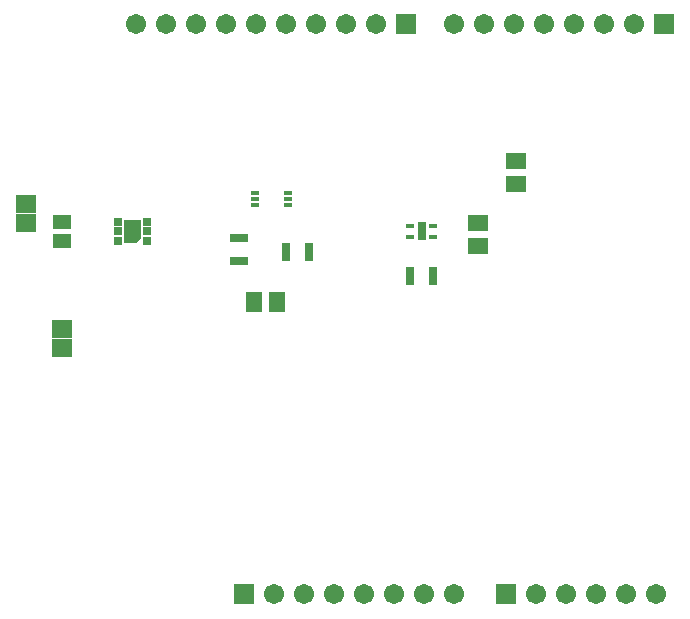
<source format=gts>
G04*
G04 #@! TF.GenerationSoftware,Altium Limited,Altium Designer,20.2.6 (244)*
G04*
G04 Layer_Color=8388736*
%FSLAX44Y44*%
%MOMM*%
G71*
G04*
G04 #@! TF.SameCoordinates,9515D0E1-E452-41A6-BF4E-AEEE6F90C87A*
G04*
G04*
G04 #@! TF.FilePolarity,Negative*
G04*
G01*
G75*
%ADD25R,0.6500X0.3500*%
%ADD26R,0.6500X0.3500*%
%ADD27R,1.6532X1.4032*%
%ADD28R,0.7532X1.5532*%
%ADD29R,0.7532X0.4532*%
%ADD30R,1.5532X0.7532*%
%ADD31R,1.6532X1.5032*%
G04:AMPARAMS|DCode=32|XSize=0.6032mm|YSize=0.7532mm|CornerRadius=0mm|HoleSize=0mm|Usage=FLASHONLY|Rotation=270.000|XOffset=0mm|YOffset=0mm|HoleType=Round|Shape=RoundedRectangle|*
%AMROUNDEDRECTD32*
21,1,0.6032,0.7532,0,0,270.0*
21,1,0.6032,0.7532,0,0,270.0*
1,1,0.0000,-0.3766,-0.3016*
1,1,0.0000,-0.3766,0.3016*
1,1,0.0000,0.3766,0.3016*
1,1,0.0000,0.3766,-0.3016*
%
%ADD32ROUNDEDRECTD32*%
%ADD33R,0.7000X1.6000*%
%ADD34R,1.4032X1.6532*%
%ADD35R,1.5532X1.1532*%
%ADD36C,1.7032*%
%ADD37R,1.7032X1.7032*%
G36*
X191383Y342010D02*
X191514Y341983D01*
X191640Y341941D01*
X191759Y341882D01*
X191870Y341808D01*
X191970Y341720D01*
X192058Y341620D01*
X192132Y341509D01*
X192191Y341390D01*
X192234Y341264D01*
X192260Y341133D01*
X192268Y341000D01*
Y341000D01*
D01*
X192268Y327300D01*
X192259Y327167D01*
X192233Y327036D01*
X192190Y326910D01*
X192132Y326791D01*
X192058Y326680D01*
X191970Y326580D01*
X188670Y323280D01*
X188570Y323192D01*
X188459Y323118D01*
X188340Y323059D01*
X188214Y323017D01*
X188083Y322990D01*
X187950Y322982D01*
X178750D01*
X178617Y322990D01*
X178486Y323017D01*
X178360Y323059D01*
X178241Y323118D01*
X178130Y323192D01*
X178030Y323280D01*
X177942Y323380D01*
X177868Y323491D01*
X177809Y323610D01*
X177766Y323736D01*
X177740Y323867D01*
X177732Y324000D01*
X177732Y341000D01*
X177741Y341133D01*
X177767Y341264D01*
X177809Y341390D01*
X177868Y341509D01*
X177942Y341620D01*
X178030Y341720D01*
X178130Y341808D01*
X178241Y341882D01*
X178360Y341941D01*
X178486Y341983D01*
X178617Y342010D01*
X178750Y342018D01*
X191250D01*
X191250D01*
D01*
X191383Y342010D01*
D02*
G37*
D25*
X439750Y327500D02*
D03*
Y337500D02*
D03*
X420250D02*
D03*
D26*
X420250Y327500D02*
D03*
D27*
X477500Y340000D02*
D03*
Y320000D02*
D03*
X510000Y372500D02*
D03*
Y392500D02*
D03*
D28*
X420250Y295000D02*
D03*
X439750D02*
D03*
X315250Y315000D02*
D03*
X334750D02*
D03*
D29*
X288750Y355000D02*
D03*
Y360000D02*
D03*
Y365000D02*
D03*
X316250D02*
D03*
Y360000D02*
D03*
Y355000D02*
D03*
D30*
X275000Y327250D02*
D03*
Y307750D02*
D03*
D31*
X125000Y234000D02*
D03*
Y250000D02*
D03*
X95000Y356000D02*
D03*
Y340000D02*
D03*
D32*
X197500Y324500D02*
D03*
Y332500D02*
D03*
Y340500D02*
D03*
X172500Y324500D02*
D03*
Y332500D02*
D03*
Y340500D02*
D03*
D33*
X430000Y332500D02*
D03*
D34*
X287500Y272500D02*
D03*
X307500D02*
D03*
D35*
X125000Y324750D02*
D03*
Y340250D02*
D03*
D36*
X365760Y508000D02*
D03*
X187960D02*
D03*
X213360D02*
D03*
X238760D02*
D03*
X264160D02*
D03*
X289560D02*
D03*
X314960D02*
D03*
X340360D02*
D03*
X391160D02*
D03*
X457200D02*
D03*
X482600D02*
D03*
X508000D02*
D03*
X533400D02*
D03*
X558800D02*
D03*
X584200D02*
D03*
X609600D02*
D03*
X627800Y25400D02*
D03*
X602400D02*
D03*
X577000D02*
D03*
X551600D02*
D03*
X526200D02*
D03*
X457200D02*
D03*
X431800D02*
D03*
X406400D02*
D03*
X381000D02*
D03*
X355600D02*
D03*
X330200D02*
D03*
X304800D02*
D03*
D37*
X416560Y508000D02*
D03*
X635000D02*
D03*
X500800Y25400D02*
D03*
X279400D02*
D03*
M02*

</source>
